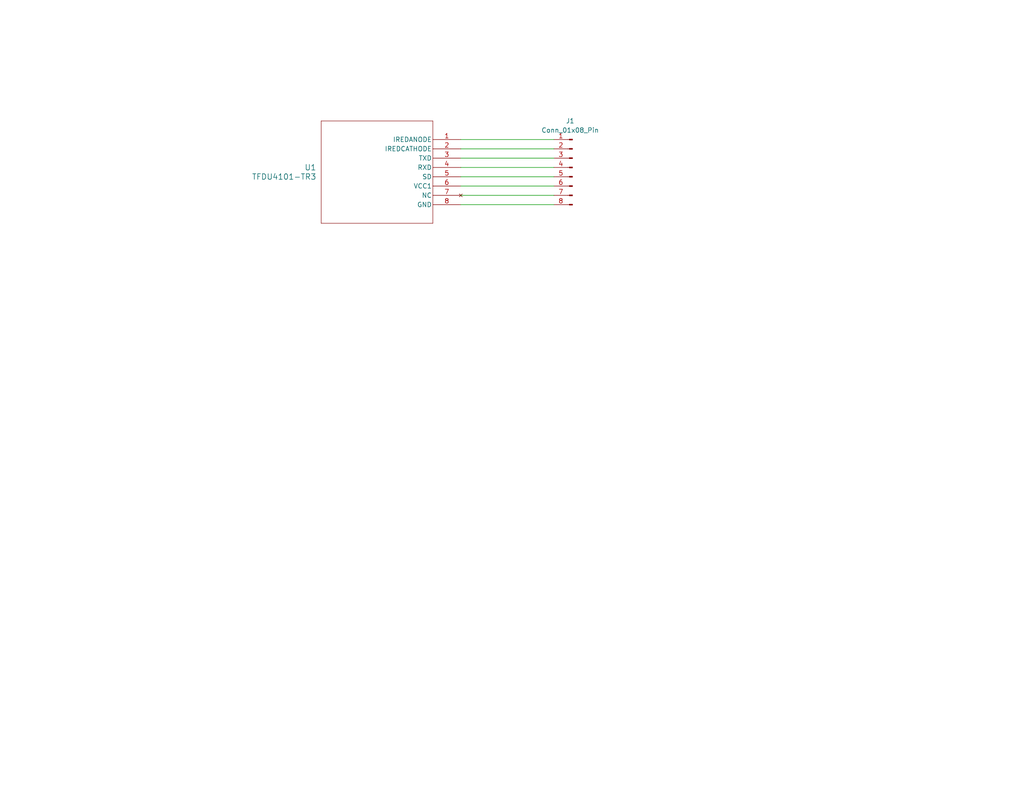
<source format=kicad_sch>
(kicad_sch (version 20250114) (generator "eeschema") (generator_version "9.0")
  (paper "USLetter")
  (title_block (title "TFDU4101 Breakout") (date "2026-01-24") (rev "1") (company "Partlyhuman"))
  (lib_symbols
    (symbol "Connector:Conn_01x08_Pin" (pin_names (offset 1.016) (hide yes))
      (property "Reference" "J" (at 0 10.16 0))
      (property "Value" "Conn_01x08_Pin" (at 0 -12.7 0))
      (symbol "Conn_01x08_Pin_1_1"
        (rectangle (start 0.8636 7.747) (end 0 7.493) (stroke (width 0.1524)) (fill (type outline)))
        (rectangle (start 0.8636 5.207) (end 0 4.953) (stroke (width 0.1524)) (fill (type outline)))
        (rectangle (start 0.8636 2.667) (end 0 2.413) (stroke (width 0.1524)) (fill (type outline)))
        (rectangle (start 0.8636 0.127) (end 0 -0.127) (stroke (width 0.1524)) (fill (type outline)))
        (rectangle (start 0.8636 -2.413) (end 0 -2.667) (stroke (width 0.1524)) (fill (type outline)))
        (rectangle (start 0.8636 -4.953) (end 0 -5.207) (stroke (width 0.1524)) (fill (type outline)))
        (rectangle (start 0.8636 -7.493) (end 0 -7.747) (stroke (width 0.1524)) (fill (type outline)))
        (rectangle (start 0.8636 -10.033) (end 0 -10.287) (stroke (width 0.1524)) (fill (type outline)))
        (polyline (pts (xy 1.27 7.62) (xy 0.8636 7.62)) (stroke (width 0.1524)))
        (polyline (pts (xy 1.27 5.08) (xy 0.8636 5.08)) (stroke (width 0.1524)))
        (polyline (pts (xy 1.27 2.54) (xy 0.8636 2.54)) (stroke (width 0.1524)))
        (polyline (pts (xy 1.27 0) (xy 0.8636 0)) (stroke (width 0.1524)))
        (polyline (pts (xy 1.27 -2.54) (xy 0.8636 -2.54)) (stroke (width 0.1524)))
        (polyline (pts (xy 1.27 -5.08) (xy 0.8636 -5.08)) (stroke (width 0.1524)))
        (polyline (pts (xy 1.27 -7.62) (xy 0.8636 -7.62)) (stroke (width 0.1524)))
        (polyline (pts (xy 1.27 -10.16) (xy 0.8636 -10.16)) (stroke (width 0.1524)))
        (pin passive line (at 5.08 7.62 180) (length 3.81) (name "Pin_1") (number "1"))
        (pin passive line (at 5.08 5.08 180) (length 3.81) (name "Pin_2") (number "2"))
        (pin passive line (at 5.08 2.54 180) (length 3.81) (name "Pin_3") (number "3"))
        (pin passive line (at 5.08 0 180) (length 3.81) (name "Pin_4") (number "4"))
        (pin passive line (at 5.08 -2.54 180) (length 3.81) (name "Pin_5") (number "5"))
        (pin passive line (at 5.08 -5.08 180) (length 3.81) (name "Pin_6") (number "6"))
        (pin passive line (at 5.08 -7.62 180) (length 3.81) (name "Pin_7") (number "7"))
        (pin passive line (at 5.08 -10.16 180) (length 3.81) (name "Pin_8") (number "8"))
      )
    )
    (symbol "TFDU4101:TFDU4101-TR3" (pin_names (offset 0.254))
      (property "Reference" "U" (at 22.86 10.16 0))
      (property "Value" "TFDU4101-TR3" (at 22.86 7.62 0))
      (symbol "TFDU4101-TR3_0_1"
        (polyline (pts (xy 7.62 5.08) (xy 7.62 -22.86)) (stroke (width 0.127)))
        (polyline (pts (xy 7.62 -22.86) (xy 38.1 -22.86)) (stroke (width 0.127)))
        (polyline (pts (xy 38.1 5.08) (xy 7.62 5.08)) (stroke (width 0.127)))
        (polyline (pts (xy 38.1 -22.86) (xy 38.1 5.08)) (stroke (width 0.127)))
        (pin unspecified line (at 0 0 0) (length 7.62) (name "IREDANODE") (number "1"))
        (pin unspecified line (at 0 -2.54 0) (length 7.62) (name "IREDCATHODE") (number "2"))
        (pin unspecified line (at 0 -5.08 0) (length 7.62) (name "TXD") (number "3"))
        (pin unspecified line (at 0 -7.62 0) (length 7.62) (name "RXD") (number "4"))
        (pin unspecified line (at 0 -10.16 0) (length 7.62) (name "SD") (number "5"))
        (pin power_in line (at 0 -12.7 0) (length 7.62) (name "VCC1") (number "6"))
        (pin no_connect line (at 0 -15.24 0) (length 7.62) (name "NC") (number "7"))
        (pin power_out line (at 0 -17.78 0) (length 7.62) (name "GND") (number "8"))
      )
    )
  )
  (wire (pts (xy 151.13 40.64) (xy 125.73 40.64)))
  (wire (pts (xy 151.13 43.18) (xy 125.73 43.18)))
  (wire (pts (xy 151.13 48.26) (xy 125.73 48.26)))
  (wire (pts (xy 151.13 50.8) (xy 125.73 50.8)))
  (wire (pts (xy 151.13 38.1) (xy 125.73 38.1)))
  (wire (pts (xy 151.13 45.72) (xy 125.73 45.72)))
  (wire (pts (xy 151.13 55.88) (xy 125.73 55.88)))
  (wire (pts (xy 125.73 53.34) (xy 151.13 53.34)))
  (symbol (lib_id "Connector:Conn_01x08_Pin") (at 156.21 45.72 0) (mirror y) (unit 1)
    (property "Reference" "J1" (at 155.575 33.02 0))
    (property "Value" "Conn_01x08_Pin" (at 155.575 35.56 0))
    (property "Footprint" "Connector_PinHeader_2.54mm:PinHeader_1x08_P2.54mm_Vertical" (effects (hide yes)))
    (property "Description" "Generic connector, single row, 01x08, script generated" (effects (hide yes)))
  )
  (symbol (lib_id "TFDU4101:TFDU4101-TR3") (at 125.73 38.1 0) (mirror y) (unit 1)
    (property "Reference" "U1" (at 86.36 45.7199 0) (effects (font (size 1.524 1.524)) (justify left)))
    (property "Value" "TFDU4101-TR3" (at 86.36 48.2599 0) (effects (font (size 1.524 1.524)) (justify left)))
    (property "Footprint" "TFDU4101:SMT_101-TR3_VIS" (effects (hide yes)))
    (property "Datasheet" "https://www.vishay.com/doc?81288" (effects (hide yes)))
  )
)
</source>
